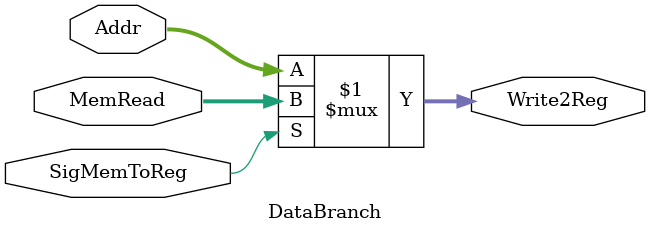
<source format=v>
`timescale 1ns / 1ps

module DataBranch(MemRead,
                  Addr,
                  SigMemToReg,
                  Write2Reg);
   input SigMemToReg;
   input [31:0] MemRead, Addr;
   output [31:0] Write2Reg;
   
   assign Write2Reg = (SigMemToReg) ? MemRead : Addr; 
endmodule // main

</source>
